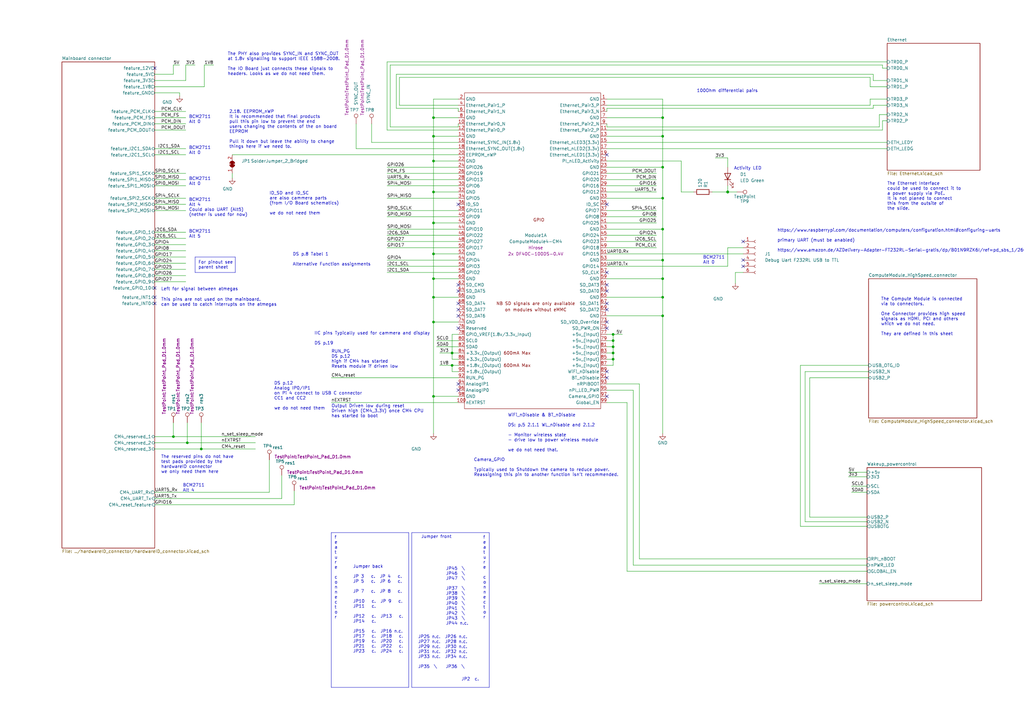
<source format=kicad_sch>
(kicad_sch (version 20230121) (generator eeschema)
  (paper "A3")
  (title_block (title "Mainboard") (date "2022-01-09") (rev "v1"))
  (lib_symbols
    (symbol "CM4IO:ComputeModule4-CM4"
      (property "Reference" "Module" (at 113.03 -68.58 0))
      (property "Value" "ComputeModule4-CM4" (at 140.97 2.54 0))
      (property "Field4" "Hirose" (at 0 0 0))
      (property "Field5" "2x DF40C-100DS-0.4V" (at 0 -2.54 0))
      (symbol "ComputeModule4-CM4_1_0"
        (text "GPIO" (at 0 6.35 0) (effects (font (size 1.27 1.27))))
      )
      (symbol "ComputeModule4-CM4_1_1"
        (rectangle (start -30.48 -71.12) (end 25.4 58.42))
        (text "600mA Max" (at -8.89 -53.34 0) (effects (font (size 1.27 1.27))))
        (text "600mA Max" (at -8.89 -48.26 0) (effects (font (size 1.27 1.27))))
        (text "NB SD signals are only available" (at -1.27 -27.94 0) (effects (font (size 1.27 1.27))))
        (text "on modules without eMMC" (at -1.27 -30.48 0) (effects (font (size 1.27 1.27))))
        (pin power_in line (at 27.94 55.88 180) (length 2.54) (name "GND") (number "1"))
        (pin passive line (at -33.02 45.72 0) (length 2.54) (name "Ethernet_Pair0_N") (number "10"))
        (pin output line (at -33.02 -68.58 0) (length 2.54) (name "nEXTRST") (number "100"))
        (pin passive line (at 27.94 43.18 180) (length 2.54) (name "Ethernet_Pair2_P") (number "11"))
        (pin passive line (at -33.02 43.18 0) (length 2.54) (name "Ethernet_Pair0_P") (number "12"))
        (pin power_in line (at 27.94 40.64 180) (length 2.54) (name "GND") (number "13"))
        (pin power_in line (at -33.02 40.64 0) (length 2.54) (name "GND") (number "14"))
        (pin output line (at 27.94 38.1 180) (length 2.54) (name "Ethernet_nLED3(3.3v)") (number "15"))
        (pin input line (at -33.02 38.1 0) (length 2.54) (name "Ethernet_SYNC_IN(1.8v)") (number "16"))
        (pin output line (at 27.94 35.56 180) (length 2.54) (name "Ethernet_nLED2(3.3v)") (number "17"))
        (pin input line (at -33.02 35.56 0) (length 2.54) (name "Ethernet_SYNC_OUT(1.8v)") (number "18"))
        (pin output line (at 27.94 33.02 180) (length 2.54) (name "Ethernet_nLED1(3.3v)") (number "19"))
        (pin power_in line (at -33.02 55.88 0) (length 2.54) (name "GND") (number "2"))
        (pin passive line (at -33.02 33.02 0) (length 2.54) (name "EEPROM_nWP") (number "20"))
        (pin open_collector line (at 27.94 30.48 180) (length 2.54) (name "PI_nLED_Activity") (number "21"))
        (pin power_in line (at -33.02 30.48 0) (length 2.54) (name "GND") (number "22"))
        (pin power_in line (at 27.94 27.94 180) (length 2.54) (name "GND") (number "23"))
        (pin passive line (at -33.02 27.94 0) (length 2.54) (name "GPIO26") (number "24"))
        (pin passive line (at 27.94 25.4 180) (length 2.54) (name "GPIO21") (number "25"))
        (pin passive line (at -33.02 25.4 0) (length 2.54) (name "GPIO19") (number "26"))
        (pin passive line (at 27.94 22.86 180) (length 2.54) (name "GPIO20") (number "27"))
        (pin passive line (at -33.02 22.86 0) (length 2.54) (name "GPIO13") (number "28"))
        (pin passive line (at 27.94 20.32 180) (length 2.54) (name "GPIO16") (number "29"))
        (pin passive line (at 27.94 53.34 180) (length 2.54) (name "Ethernet_Pair3_P") (number "3"))
        (pin passive line (at -33.02 20.32 0) (length 2.54) (name "GPIO6") (number "30"))
        (pin passive line (at 27.94 17.78 180) (length 2.54) (name "GPIO12") (number "31"))
        (pin power_in line (at -33.02 17.78 0) (length 2.54) (name "GND") (number "32"))
        (pin power_in line (at 27.94 15.24 180) (length 2.54) (name "GND") (number "33"))
        (pin passive line (at -33.02 15.24 0) (length 2.54) (name "GPIO5") (number "34"))
        (pin passive line (at 27.94 12.7 180) (length 2.54) (name "ID_SC") (number "35"))
        (pin passive line (at -33.02 12.7 0) (length 2.54) (name "ID_SD") (number "36"))
        (pin passive line (at 27.94 10.16 180) (length 2.54) (name "GPIO7") (number "37"))
        (pin passive line (at -33.02 10.16 0) (length 2.54) (name "GPIO11") (number "38"))
        (pin passive line (at 27.94 7.62 180) (length 2.54) (name "GPIO8") (number "39"))
        (pin passive line (at -33.02 53.34 0) (length 2.54) (name "Ethernet_Pair1_P") (number "4"))
        (pin passive line (at -33.02 7.62 0) (length 2.54) (name "GPIO9") (number "40"))
        (pin passive line (at 27.94 5.08 180) (length 2.54) (name "GPIO25") (number "41"))
        (pin power_in line (at -33.02 5.08 0) (length 2.54) (name "GND") (number "42"))
        (pin power_in line (at 27.94 2.54 180) (length 2.54) (name "GND") (number "43"))
        (pin passive line (at -33.02 2.54 0) (length 2.54) (name "GPIO10") (number "44"))
        (pin passive line (at 27.94 0 180) (length 2.54) (name "GPIO24") (number "45"))
        (pin passive line (at -33.02 0 0) (length 2.54) (name "GPIO22") (number "46"))
        (pin passive line (at 27.94 -2.54 180) (length 2.54) (name "GPIO23") (number "47"))
        (pin passive line (at -33.02 -2.54 0) (length 2.54) (name "GPIO27") (number "48"))
        (pin passive line (at 27.94 -5.08 180) (length 2.54) (name "GPIO18") (number "49"))
        (pin passive line (at 27.94 50.8 180) (length 2.54) (name "Ethernet_Pair3_N") (number "5"))
        (pin passive line (at -33.02 -5.08 0) (length 2.54) (name "GPIO17") (number "50"))
        (pin passive line (at 27.94 -7.62 180) (length 2.54) (name "GPIO15") (number "51"))
        (pin power_in line (at -33.02 -7.62 0) (length 2.54) (name "GND") (number "52"))
        (pin power_in line (at 27.94 -10.16 180) (length 2.54) (name "GND") (number "53"))
        (pin passive line (at -33.02 -10.16 0) (length 2.54) (name "GPIO4") (number "54"))
        (pin passive line (at 27.94 -12.7 180) (length 2.54) (name "GPIO14") (number "55"))
        (pin passive line (at -33.02 -12.7 0) (length 2.54) (name "GPIO3") (number "56"))
        (pin passive line (at 27.94 -15.24 180) (length 2.54) (name "SD_CLK") (number "57"))
        (pin passive line (at -33.02 -15.24 0) (length 2.54) (name "GPIO2") (number "58"))
        (pin power_in line (at 27.94 -17.78 180) (length 2.54) (name "GND") (number "59"))
        (pin passive line (at -33.02 50.8 0) (length 2.54) (name "Ethernet_Pair1_N") (number "6"))
        (pin power_in line (at -33.02 -17.78 0) (length 2.54) (name "GND") (number "60"))
        (pin passive line (at 27.94 -20.32 180) (length 2.54) (name "SD_DAT3") (number "61"))
        (pin passive line (at -33.02 -20.32 0) (length 2.54) (name "SD_CMD") (number "62"))
        (pin passive line (at 27.94 -22.86 180) (length 2.54) (name "SD_DAT0") (number "63"))
        (pin passive line (at -33.02 -22.86 0) (length 2.54) (name "SD_DAT5") (number "64"))
        (pin power_in line (at 27.94 -25.4 180) (length 2.54) (name "GND") (number "65"))
        (pin power_in line (at -33.02 -25.4 0) (length 2.54) (name "GND") (number "66"))
        (pin passive line (at 27.94 -27.94 180) (length 2.54) (name "SD_DAT1") (number "67"))
        (pin passive line (at -33.02 -27.94 0) (length 2.54) (name "SD_DAT4") (number "68"))
        (pin passive line (at 27.94 -30.48 180) (length 2.54) (name "SD_DAT2") (number "69"))
        (pin power_in line (at 27.94 48.26 180) (length 2.54) (name "GND") (number "7"))
        (pin passive line (at -33.02 -30.48 0) (length 2.54) (name "SD_DAT7") (number "70"))
        (pin power_in line (at 27.94 -33.02 180) (length 2.54) (name "GND") (number "71"))
        (pin passive line (at -33.02 -33.02 0) (length 2.54) (name "SD_DAT6") (number "72"))
        (pin input line (at 27.94 -35.56 180) (length 2.54) (name "SD_VDD_Override") (number "73"))
        (pin power_in line (at -33.02 -35.56 0) (length 2.54) (name "GND") (number "74"))
        (pin output line (at 27.94 -38.1 180) (length 2.54) (name "SD_PWR_ON") (number "75"))
        (pin passive line (at -33.02 -38.1 0) (length 2.54) (name "Reserved") (number "76"))
        (pin power_in line (at 27.94 -40.64 180) (length 2.54) (name "+5v_(Input)") (number "77"))
        (pin power_in line (at -33.02 -40.64 0) (length 2.54) (name "GPIO_VREF(1.8v/3.3v_Input)") (number "78"))
        (pin power_in line (at 27.94 -43.18 180) (length 2.54) (name "+5v_(Input)") (number "79"))
        (pin power_in line (at -33.02 48.26 0) (length 2.54) (name "GND") (number "8"))
        (pin passive line (at -33.02 -43.18 0) (length 2.54) (name "SCL0") (number "80"))
        (pin power_in line (at 27.94 -45.72 180) (length 2.54) (name "+5v_(Input)") (number "81"))
        (pin passive line (at -33.02 -45.72 0) (length 2.54) (name "SDA0") (number "82"))
        (pin power_in line (at 27.94 -48.26 180) (length 2.54) (name "+5v_(Input)") (number "83"))
        (pin power_out line (at -33.02 -48.26 0) (length 2.54) (name "+3.3v_(Output)") (number "84"))
        (pin power_in line (at 27.94 -50.8 180) (length 2.54) (name "+5v_(Input)") (number "85"))
        (pin power_out line (at -33.02 -50.8 0) (length 2.54) (name "+3.3v_(Output)") (number "86"))
        (pin power_in line (at 27.94 -53.34 180) (length 2.54) (name "+5v_(Input)") (number "87"))
        (pin power_out line (at -33.02 -53.34 0) (length 2.54) (name "+1.8v_(Output)") (number "88"))
        (pin power_in line (at 27.94 -55.88 180) (length 2.54) (name "WiFi_nDisable") (number "89"))
        (pin passive line (at 27.94 45.72 180) (length 2.54) (name "Ethernet_Pair2_N") (number "9"))
        (pin power_out line (at -33.02 -55.88 0) (length 2.54) (name "+1.8v_(Output)") (number "90"))
        (pin power_in line (at 27.94 -58.42 180) (length 2.54) (name "BT_nDisable") (number "91"))
        (pin passive line (at -33.02 -58.42 0) (length 2.54) (name "RUN_PG") (number "92"))
        (pin input line (at 27.94 -60.96 180) (length 2.54) (name "nRPIBOOT") (number "93"))
        (pin passive line (at -33.02 -60.96 0) (length 2.54) (name "AnalogIP1") (number "94"))
        (pin output line (at 27.94 -63.5 180) (length 2.54) (name "nPI_LED_PWR") (number "95"))
        (pin passive line (at -33.02 -63.5 0) (length 2.54) (name "AnalogIP0") (number "96"))
        (pin passive line (at 27.94 -66.04 180) (length 2.54) (name "Camera_GPIO") (number "97"))
        (pin power_in line (at -33.02 -66.04 0) (length 2.54) (name "GND") (number "98"))
        (pin input line (at 27.94 -68.58 180) (length 2.54) (name "Global_EN") (number "99"))
      )
      (symbol "ComputeModule4-CM4_2_1"
        (rectangle (start 114.3 -66.04) (end 165.1 63.5))
        (text "High Speed Serial" (at 140.97 0 0) (effects (font (size 1.27 1.27))))
        (pin input line (at 170.18 60.96 180) (length 5.08) (name "USB_OTG_ID") (number "101"))
        (pin input line (at 109.22 60.96 0) (length 5.08) (name "PCIe_CLK_nREQ") (number "102"))
        (pin passive line (at 170.18 58.42 180) (length 5.08) (name "USB2_N") (number "103"))
        (pin passive line (at 109.22 58.42 0) (length 5.08) (name "Reserved") (number "104"))
        (pin passive line (at 170.18 55.88 180) (length 5.08) (name "USB2_P") (number "105"))
        (pin passive line (at 109.22 55.88 0) (length 5.08) (name "Reserved") (number "106"))
        (pin power_in line (at 170.18 53.34 180) (length 5.08) (name "GND") (number "107"))
        (pin power_in line (at 109.22 53.34 0) (length 5.08) (name "GND") (number "108"))
        (pin bidirectional line (at 170.18 50.8 180) (length 5.08) (name "PCIe_nRST") (number "109"))
        (pin output line (at 109.22 50.8 0) (length 5.08) (name "PCIe_CLK_P") (number "110"))
        (pin passive line (at 170.18 48.26 180) (length 5.08) (name "VDAC_COMP") (number "111"))
        (pin output line (at 109.22 48.26 0) (length 5.08) (name "PCIe_CLK_N") (number "112"))
        (pin power_in line (at 170.18 45.72 180) (length 5.08) (name "GND") (number "113"))
        (pin power_in line (at 109.22 45.72 0) (length 5.08) (name "GND") (number "114"))
        (pin input line (at 170.18 43.18 180) (length 5.08) (name "CAM1_D0_N") (number "115"))
        (pin input line (at 109.22 43.18 0) (length 5.08) (name "PCIe_RX_P") (number "116"))
        (pin input line (at 170.18 40.64 180) (length 5.08) (name "CAM1_D0_P") (number "117"))
        (pin input line (at 109.22 40.64 0) (length 5.08) (name "PCIe_RX_N") (number "118"))
        (pin power_in line (at 170.18 38.1 180) (length 5.08) (name "GND") (number "119"))
        (pin power_in line (at 109.22 38.1 0) (length 5.08) (name "GND") (number "120"))
        (pin input line (at 170.18 35.56 180) (length 5.08) (name "CAM1_D1_N") (number "121"))
        (pin output line (at 109.22 35.56 0) (length 5.08) (name "PCIe_TX_P") (number "122"))
        (pin input line (at 170.18 33.02 180) (length 5.08) (name "CAM1_D1_P") (number "123"))
        (pin output line (at 109.22 33.02 0) (length 5.08) (name "PCIe_TX_N") (number "124"))
        (pin power_in line (at 170.18 30.48 180) (length 5.08) (name "GND") (number "125"))
        (pin power_in line (at 109.22 30.48 0) (length 5.08) (name "GND") (number "126"))
        (pin input line (at 170.18 27.94 180) (length 5.08) (name "CAM1_C_N") (number "127"))
        (pin input line (at 109.22 27.94 0) (length 5.08) (name "CAM0_D0_N") (number "128"))
        (pin input line (at 170.18 25.4 180) (length 5.08) (name "CAM1_C_P") (number "129"))
        (pin input line (at 109.22 25.4 0) (length 5.08) (name "CAM0_D0_P") (number "130"))
        (pin power_in line (at 170.18 22.86 180) (length 5.08) (name "GND") (number "131"))
        (pin power_in line (at 109.22 22.86 0) (length 5.08) (name "GND") (number "132"))
        (pin input line (at 170.18 20.32 180) (length 5.08) (name "CAM1_D2_N") (number "133"))
        (pin input line (at 109.22 20.32 0) (length 5.08) (name "CAM0_D1_N") (number "134"))
        (pin input line (at 170.18 17.78 180) (length 5.08) (name "CAM1_D2_P") (number "135"))
        (pin input line (at 109.22 17.78 0) (length 5.08) (name "CAM0_D1_P") (number "136"))
        (pin power_in line (at 170.18 15.24 180) (length 5.08) (name "GND") (number "137"))
        (pin power_in line (at 109.22 15.24 0) (length 5.08) (name "GND") (number "138"))
        (pin input line (at 170.18 12.7 180) (length 5.08) (name "CAM1_D3_N") (number "139"))
        (pin input line (at 109.22 12.7 0) (length 5.08) (name "CAM0_C_N") (number "140"))
        (pin input line (at 170.18 10.16 180) (length 5.08) (name "CAM1_D3_P") (number "141"))
        (pin input line (at 109.22 10.16 0) (length 5.08) (name "CAM0_C_P") (number "142"))
        (pin input line (at 170.18 7.62 180) (length 5.08) (name "HDMI1_HOTPLUG") (number "143"))
        (pin power_in line (at 109.22 7.62 0) (length 5.08) (name "GND") (number "144"))
        (pin bidirectional line (at 170.18 5.08 180) (length 5.08) (name "HDMI1_SDA") (number "145"))
        (pin output line (at 109.22 5.08 0) (length 5.08) (name "HDMI1_TX2_P") (number "146"))
        (pin open_collector line (at 170.18 2.54 180) (length 5.08) (name "HDMI1_SCL") (number "147"))
        (pin output line (at 109.22 2.54 0) (length 5.08) (name "HDMI1_TX2_N") (number "148"))
        (pin open_collector line (at 170.18 0 180) (length 5.08) (name "HDMI1_CEC") (number "149"))
        (pin power_in line (at 109.22 0 0) (length 5.08) (name "GND") (number "150"))
        (pin open_collector line (at 170.18 -2.54 180) (length 5.08) (name "HDMI0_CEC") (number "151"))
        (pin output line (at 109.22 -2.54 0) (length 5.08) (name "HDMI1_TX1_P") (number "152"))
        (pin input line (at 170.18 -5.08 180) (length 5.08) (name "HDMI0_HOTPLUG") (number "153"))
        (pin output line (at 109.22 -5.08 0) (length 5.08) (name "HDMI1_TX1_N") (number "154"))
        (pin power_in line (at 170.18 -7.62 180) (length 5.08) (name "GND") (number "155"))
        (pin power_in line (at 109.22 -7.62 0) (length 5.08) (name "GND") (number "156"))
        (pin output line (at 170.18 -10.16 180) (length 5.08) (name "DSI0_D0_N") (number "157"))
        (pin output line (at 109.22 -10.16 0) (length 5.08) (name "HDMI1_TX0_P") (number "158"))
        (pin output line (at 170.18 -12.7 180) (length 5.08) (name "DSI0_D0_P") (number "159"))
        (pin output line (at 109.22 -12.7 0) (length 5.08) (name "HDMI1_TX0_N") (number "160"))
        (pin power_in line (at 170.18 -15.24 180) (length 5.08) (name "GND") (number "161"))
        (pin power_in line (at 109.22 -15.24 0) (length 5.08) (name "GND") (number "162"))
        (pin output line (at 170.18 -17.78 180) (length 5.08) (name "DSI0_D1_N") (number "163"))
        (pin output line (at 109.22 -17.78 0) (length 5.08) (name "HDMI1_CLK_P") (number "164"))
        (pin output line (at 170.18 -20.32 180) (length 5.08) (name "DSI0_D1_P") (number "165"))
        (pin output line (at 109.22 -20.32 0) (length 5.08) (name "HDMI1_CLK_N") (number "166"))
        (pin power_in line (at 170.18 -22.86 180) (length 5.08) (name "GND") (number "167"))
        (pin power_in line (at 109.22 -22.86 0) (length 5.08) (name "GND") (number "168"))
        (pin output line (at 170.18 -25.4 180) (length 5.08) (name "DSI0_C_N") (number "169"))
        (pin output line (at 109.22 -25.4 0) (length 5.08) (name "HDMI0_TX2_P") (number "170"))
        (pin output line (at 170.18 -27.94 180) (length 5.08) (name "DSI0_C_P") (number "171"))
        (pin output line (at 109.22 -27.94 0) (length 5.08) (name "HDMI0_TX2_N") (number "172"))
        (pin power_in line (at 170.18 -30.48 180) (length 5.08) (name "GND") (number "173"))
        (pin power_in line (at 109.22 -30.48 0) (length 5.08) (name "GND") (number "174"))
        (pin output line (at 170.18 -33.02 180) (length 5.08) (name "DSI1_D0_N") (number "175"))
        (pin output line (at 109.22 -33.02 0) (length 5.08) (name "HDMI0_TX1_P") (number "176"))
        (pin output line (at 170.18 -35.56 180) (length 5.08) (name "DSI1_D0_P") (number "177"))
        (pin output line (at 109.22 -35.56 0) (length 5.08) (name "HDMI0_TX1_N") (number "178"))
        (pin power_in line (at 170.18 -38.1 180) (length 5.08) (name "GND") (number "179"))
        (pin power_in line (at 109.22 -38.1 0) (length 5.08) (name "GND") (number "180"))
        (pin output line (at 170.18 -40.64 180) (length 5.08) (name "DSI1_D1_N") (number "181"))
        (pin output line (at 109.22 -40.64 0) (length 5.08) (name "HDMI0_TX0_P") (number "182"))
        (pin output line (at 170.18 -43.18 180) (length 5.08) (name "DSI1_D1_P") (number "183"))
        (pin output line (at 109.22 -43.18 0) (length 5.08) (name "HDMI0_TX0_N") (number "184"))
        (pin power_in line (at 170.18 -45.72 180) (length 5.08) (name "GND") (number "185"))
        (pin power_in line (at 109.22 -45.72 0) (length 5.08) (name "GND") (number "186"))
        (pin output line (at 170.18 -48.26 180) (length 5.08) (name "DSI1_C_N") (number "187"))
        (pin output line (at 109.22 -48.26 0) (length 5.08) (name "HDMI0_CLK_P") (number "188"))
        (pin output line (at 170.18 -50.8 180) (length 5.08) (name "DSI1_C_P") (number "189"))
        (pin output line (at 109.22 -50.8 0) (length 5.08) (name "HDMI0_CLK_N") (number "190"))
        (pin power_in line (at 170.18 -53.34 180) (length 5.08) (name "GND") (number "191"))
        (pin power_in line (at 109.22 -53.34 0) (length 5.08) (name "GND") (number "192"))
        (pin output line (at 170.18 -55.88 180) (length 5.08) (name "DSI1_D2_N") (number "193"))
        (pin output line (at 109.22 -55.88 0) (length 5.08) (name "DSI1_D3_N") (number "194"))
        (pin output line (at 170.18 -58.42 180) (length 5.08) (name "DSI1_D2_P") (number "195"))
        (pin output line (at 109.22 -58.42 0) (length 5.08) (name "DSI1_D3_P") (number "196"))
        (pin power_in line (at 170.18 -60.96 180) (length 5.08) (name "GND") (number "197"))
        (pin power_in line (at 109.22 -60.96 0) (length 5.08) (name "GND") (number "198"))
        (pin bidirectional line (at 170.18 -63.5 180) (length 5.08) (name "HDMI0_SDA") (number "199"))
        (pin open_collector line (at 109.22 -63.5 0) (length 5.08) (name "HDMI0_SCL") (number "200"))
      )
    )
    (symbol "Connector:Conn_01x06_Female" (pin_names (offset 1.016) hide)
      (property "Reference" "J" (at 0 7.62 0))
      (property "Value" "Conn_01x06_Female" (at 0 -10.16 0))
      (symbol "Conn_01x06_Female_1_1"
        (arc (start 0 -7.112) (mid -0.5058 -7.62) (end 0 -8.128) (stroke (width 0.1524)))
        (arc (start 0 -4.572) (mid -0.5058 -5.08) (end 0 -5.588) (stroke (width 0.1524)))
        (arc (start 0 -2.032) (mid -0.5058 -2.54) (end 0 -3.048) (stroke (width 0.1524)))
        (polyline (pts (xy -1.27 -7.62) (xy -0.508 -7.62)) (stroke (width 0.1524)))
        (polyline (pts (xy -1.27 -5.08) (xy -0.508 -5.08)) (stroke (width 0.1524)))
        (polyline (pts (xy -1.27 -2.54) (xy -0.508 -2.54)) (stroke (width 0.1524)))
        (polyline (pts (xy -1.27 0) (xy -0.508 0)) (stroke (width 0.1524)))
        (polyline (pts (xy -1.27 2.54) (xy -0.508 2.54)) (stroke (width 0.1524)))
        (polyline (pts (xy -1.27 5.08) (xy -0.508 5.08)) (stroke (width 0.1524)))
        (arc (start 0 0.508) (mid -0.5058 0) (end 0 -0.508) (stroke (width 0.1524)))
        (arc (start 0 3.048) (mid -0.5058 2.54) (end 0 2.032) (stroke (width 0.1524)))
        (arc (start 0 5.588) (mid -0.5058 5.08) (end 0 4.572) (stroke (width 0.1524)))
        (pin passive line (at -5.08 5.08 0) (length 3.81) (name "Pin_1") (number "1"))
        (pin passive line (at -5.08 2.54 0) (length 3.81) (name "Pin_2") (number "2"))
        (pin passive line (at -5.08 0 0) (length 3.81) (name "Pin_3") (number "3"))
        (pin passive line (at -5.08 -2.54 0) (length 3.81) (name "Pin_4") (number "4"))
        (pin passive line (at -5.08 -5.08 0) (length 3.81) (name "Pin_5") (number "5"))
        (pin passive line (at -5.08 -7.62 0) (length 3.81) (name "Pin_6") (number "6"))
      )
    )
    (symbol "Connector:TestPoint" (pin_numbers hide) (pin_names (offset 0.762) hide)
      (property "Reference" "TP" (at 0 6.858 0))
      (property "Value" "TestPoint" (at 0 5.08 0))
      (symbol "TestPoint_0_1"
        (circle (center 0 3.302) (radius 0.762))
      )
      (symbol "TestPoint_1_1"
        (pin passive line (at 0 0 90) (length 2.54) (name "1") (number "1"))
      )
    )
    (symbol "Device:LED" (pin_numbers hide) (pin_names (offset 1.016) hide)
      (property "Reference" "D" (at 0 2.54 0))
      (property "Value" "LED" (at 0 -2.54 0))
      (symbol "LED_0_1"
        (polyline (pts (xy -1.27 -1.27) (xy -1.27 1.27)) (stroke (width 0.254)))
        (polyline (pts (xy -1.27 0) (xy 1.27 0)))
        (polyline (pts (xy 1.27 -1.27) (xy 1.27 1.27) (xy -1.27 0) (xy 1.27 -1.27)) (stroke (width 0.254)))
        (polyline (pts (xy -3.048 -0.762) (xy -4.572 -2.286) (xy -3.81 -2.286) (xy -4.572 -2.286) (xy -4.572 -1.524)))
        (polyline (pts (xy -1.778 -0.762) (xy -3.302 -2.286) (xy -2.54 -2.286) (xy -3.302 -2.286) (xy -3.302 -1.524)))
      )
      (symbol "LED_1_1"
        (pin passive line (at -3.81 0 0) (length 2.54) (name "K") (number "1"))
        (pin passive line (at 3.81 0 180) (length 2.54) (name "A") (number "2"))
      )
    )
    (symbol "Device:R" (pin_numbers hide) (pin_names (offset 0))
      (property "Reference" "R" (at 2.032 0 90))
      (property "Value" "R" (at 0 0 90))
      (symbol "R_0_1"
        (rectangle (start -1.016 -2.54) (end 1.016 2.54) (stroke (width 0.254)))
      )
      (symbol "R_1_1"
        (pin passive line (at 0 3.81 270) (length 1.27) (name "~") (number "1"))
        (pin passive line (at 0 -3.81 90) (length 1.27) (name "~") (number "2"))
      )
    )
    (symbol "Jumper:SolderJumper_2_Bridged" (pin_names (offset 0) hide)
      (property "Reference" "JP" (at 0 2.032 0))
      (property "Value" "SolderJumper_2_Bridged" (at 0 -2.54 0))
      (symbol "SolderJumper_2_Bridged_0_1"
        (rectangle (start -0.508 0.508) (end 0.508 -0.508) (fill (type outline)))
        (arc (start -0.254 1.016) (mid -1.2656 0) (end -0.254 -1.016))
        (arc (start -0.254 1.016) (mid -1.2656 0) (end -0.254 -1.016) (fill (type outline)))
        (polyline (pts (xy -0.254 1.016) (xy -0.254 -1.016)))
        (polyline (pts (xy 0.254 1.016) (xy 0.254 -1.016)))
        (arc (start 0.254 -1.016) (mid 1.2656 0) (end 0.254 1.016))
        (arc (start 0.254 -1.016) (mid 1.2656 0) (end 0.254 1.016) (fill (type outline)))
      )
      (symbol "SolderJumper_2_Bridged_1_1"
        (pin passive line (at -3.81 0 0) (length 2.54) (name "A") (number "1"))
        (pin passive line (at 3.81 0 180) (length 2.54) (name "B") (number "2"))
      )
    )
    (symbol "power:GND" (power) (pin_names (offset 0))
      (property "Value" "GND" (at 0 -3.81 0))
      (symbol "GND_0_1"
        (polyline (pts (xy 0 0) (xy 0 -1.27) (xy 1.27 -1.27) (xy 0 -2.54) (xy -1.27 -1.27) (xy 0 -1.27)))
      )
      (symbol "GND_1_1"
        (pin power_in line (at 0 0 270) (length 0) hide (name "GND") (number "1"))
      )
    )
  )
  (junction (at 177.8 48.26))
  (junction (at 251.46 137.16))
  (junction (at 177.8 114.3))
  (junction (at 251.46 139.7))
  (junction (at 271.78 114.3))
  (junction (at 177.8 78.74))
  (junction (at 177.8 66.04))
  (junction (at 177.8 121.92))
  (junction (at 177.8 162.56))
  (junction (at 177.8 55.88))
  (junction (at 177.8 132.08))
  (junction (at 177.8 104.14))
  (junction (at 251.46 142.24))
  (junction (at 251.46 147.32))
  (junction (at 185.42 149.86))
  (junction (at 251.46 144.78))
  (junction (at 271.78 55.88))
  (junction (at 177.8 91.44))
  (junction (at 298.45 78.74) (diameter 1.016))
  (junction (at 71.12 179.07))
  (junction (at 271.78 129.54))
  (junction (at 271.78 93.98))
  (junction (at 271.78 81.28))
  (junction (at 271.78 106.68))
  (junction (at 271.78 48.26))
  (junction (at 271.78 68.58))
  (junction (at 185.42 144.78))
  (junction (at 271.78 121.92))
  (junction (at 82.55 184.15))
  (junction (at 76.835 181.61))
  (no_connect (at 63.5 118.11))
  (no_connect (at 187.96 157.48))
  (no_connect (at 187.96 160.02))
  (no_connect (at 248.92 154.94))
  (no_connect (at 248.92 152.4))
  (no_connect (at 187.96 83.82))
  (no_connect (at 248.92 83.82))
  (no_connect (at 63.5 124.46))
  (no_connect (at 63.5 121.92))
  (no_connect (at 304.8 109.22))
  (no_connect (at 304.8 99.06))
  (no_connect (at 304.8 106.68))
  (no_connect (at 187.96 134.62))
  (no_connect (at 248.92 162.56))
  (no_connect (at 63.5 27.94))
  (no_connect (at 248.92 134.62))
  (no_connect (at 248.92 63.5))
  (no_connect (at 187.96 116.84))
  (no_connect (at 187.96 119.38))
  (no_connect (at 187.96 124.46))
  (no_connect (at 187.96 129.54))
  (no_connect (at 187.96 127))
  (no_connect (at 248.92 124.46))
  (no_connect (at 248.92 127))
  (no_connect (at 248.92 132.08))
  (no_connect (at 248.92 116.84))
  (no_connect (at 248.92 119.38))
  (no_connect (at 248.92 111.76))
  (wire (pts (xy 63.5 86.36) (xy 76.2 86.36)))
  (polyline (pts (xy 167.64 281.94) (xy 167.64 218.44)))
  (wire (pts (xy 120.65 207.01) (xy 120.65 201.295)))
  (wire (pts (xy 257.175 234.315) (xy 355.6 234.315)))
  (wire (pts (xy 63.5 105.41) (xy 76.2 105.41)))
  (wire (pts (xy 63.5 33.02) (xy 76.2 33.02)))
  (wire (pts (xy 76.2 33.02) (xy 76.2 26.67)))
  (wire (pts (xy 248.92 78.74) (xy 269.24 78.74)))
  (wire (pts (xy 63.5 53.34) (xy 76.2 53.34)))
  (wire (pts (xy 76.835 181.61) (xy 104.775 181.61)))
  (wire (pts (xy 63.5 95.25) (xy 76.2 95.25)))
  (wire (pts (xy 63.5 50.8) (xy 76.2 50.8)))
  (wire (pts (xy 63.5 71.12) (xy 76.2 71.12)))
  (wire (pts (xy 179.07 142.24) (xy 187.96 142.24)))
  (polyline (pts (xy 80.01 105.41) (xy 80.01 111.76)))
  (wire (pts (xy 248.92 48.26) (xy 271.78 48.26)))
  (polyline (pts (xy 135.89 218.44) (xy 167.64 218.44)))
  (wire (pts (xy 248.92 129.54) (xy 271.78 129.54)))
  (wire (pts (xy 185.42 152.4) (xy 185.42 149.86)))
  (wire (pts (xy 251.46 142.24) (xy 248.92 142.24)))
  (wire (pts (xy 187.96 44.45) (xy 187.96 45.72)))
  (wire (pts (xy 248.92 73.66) (xy 269.24 73.66)))
  (wire (pts (xy 158.75 71.12) (xy 187.96 71.12)))
  (wire (pts (xy 248.92 114.3) (xy 271.78 114.3)))
  (wire (pts (xy 63.5 201.93) (xy 110.49 201.93)))
  (wire (pts (xy 251.46 137.16) (xy 248.92 137.16)))
  (wire (pts (xy 63.5 83.82) (xy 76.2 83.82)))
  (wire (pts (xy 248.92 81.28) (xy 271.78 81.28)))
  (polyline (pts (xy 168.91 218.44) (xy 200.66 218.44)))
  (wire (pts (xy 248.92 121.92) (xy 271.78 121.92)))
  (wire (pts (xy 248.92 68.58) (xy 271.78 68.58)))
  (polyline (pts (xy 168.91 281.94) (xy 200.66 281.94)))
  (wire (pts (xy 248.92 104.14) (xy 304.8 104.14)))
  (wire (pts (xy 158.75 88.9) (xy 187.96 88.9)))
  (wire (pts (xy 95.25 63.5) (xy 187.96 63.5)))
  (wire (pts (xy 248.92 106.68) (xy 271.78 106.68)))
  (wire (pts (xy 177.8 114.3) (xy 187.96 114.3)))
  (wire (pts (xy 158.75 106.68) (xy 187.96 106.68)))
  (wire (pts (xy 298.45 78.74) (xy 298.45 76.2)))
  (wire (pts (xy 328.295 215.9) (xy 355.6 215.9)))
  (wire (pts (xy 328.295 149.86) (xy 328.295 215.9)))
  (wire (pts (xy 248.92 55.88) (xy 271.78 55.88)))
  (wire (pts (xy 158.75 96.52) (xy 187.96 96.52)))
  (wire (pts (xy 71.12 179.07) (xy 104.775 179.07)))
  (wire (pts (xy 248.92 40.64) (xy 271.78 40.64)))
  (wire (pts (xy 248.92 43.18) (xy 356.87 43.18)))
  (wire (pts (xy 356.87 43.18) (xy 356.87 40.64)))
  (wire (pts (xy 356.87 40.64) (xy 363.855 40.64)))
  (wire (pts (xy 63.5 38.1) (xy 73.66 38.1)))
  (wire (pts (xy 73.66 38.1) (xy 73.66 39.37)))
  (wire (pts (xy 248.92 60.96) (xy 363.855 60.96)))
  (wire (pts (xy 248.92 157.48) (xy 262.255 157.48)))
  (wire (pts (xy 262.255 229.235) (xy 355.6 229.235)))
  (wire (pts (xy 262.255 157.48) (xy 262.255 229.235)))
  (wire (pts (xy 63.5 110.49) (xy 76.2 110.49)))
  (wire (pts (xy 110.49 188.595) (xy 110.49 201.93)))
  (wire (pts (xy 115.57 194.945) (xy 115.57 204.47)))
  (wire (pts (xy 187.96 53.34) (xy 158.75 53.34)))
  (wire (pts (xy 158.75 53.34) (xy 158.75 25.4)))
  (wire (pts (xy 135.89 154.94) (xy 187.96 154.94)))
  (wire (pts (xy 347.98 195.58) (xy 355.6 195.58)))
  (wire (pts (xy 349.25 199.39) (xy 355.6 199.39)))
  (wire (pts (xy 177.8 48.26) (xy 187.96 48.26)))
  (wire (pts (xy 82.55 184.15) (xy 104.775 184.15)))
  (wire (pts (xy 177.8 66.04) (xy 187.96 66.04)))
  (wire (pts (xy 158.75 73.66) (xy 187.96 73.66)))
  (wire (pts (xy 177.8 162.56) (xy 187.96 162.56)))
  (wire (pts (xy 347.98 193.675) (xy 355.6 193.675)))
  (wire (pts (xy 257.175 165.1) (xy 248.92 165.1)))
  (wire (pts (xy 257.175 165.1) (xy 257.175 234.315)))
  (wire (pts (xy 63.5 60.96) (xy 76.2 60.96)))
  (wire (pts (xy 177.8 132.08) (xy 187.96 132.08)))
  (wire (pts (xy 135.89 165.1) (xy 187.96 165.1)))
  (wire (pts (xy 177.8 55.88) (xy 187.96 55.88)))
  (polyline (pts (xy 96.52 111.76) (xy 96.52 105.41)))
  (wire (pts (xy 185.42 144.78) (xy 185.42 147.32)))
  (wire (pts (xy 187.96 144.78) (xy 185.42 144.78)))
  (wire (pts (xy 63.5 73.66) (xy 76.2 73.66)))
  (wire (pts (xy 248.92 101.6) (xy 269.24 101.6)))
  (wire (pts (xy 298.45 68.58) (xy 298.45 64.77)))
  (wire (pts (xy 160.02 26.67) (xy 160.02 52.07)))
  (wire (pts (xy 160.02 52.07) (xy 187.96 52.07)))
  (wire (pts (xy 160.02 26.67) (xy 361.95 26.67)))
  (wire (pts (xy 152.4 58.42) (xy 187.96 58.42)))
  (wire (pts (xy 152.4 50.8) (xy 152.4 58.42)))
  (wire (pts (xy 358.14 30.48) (xy 358.14 33.02)))
  (wire (pts (xy 358.14 33.02) (xy 363.855 33.02)))
  (wire (pts (xy 63.5 100.33) (xy 76.2 100.33)))
  (wire (pts (xy 163.83 31.75) (xy 356.87 31.75)))
  (wire (pts (xy 363.855 35.56) (xy 356.87 35.56)))
  (wire (pts (xy 356.87 35.56) (xy 356.87 31.75)))
  (wire (pts (xy 63.5 102.87) (xy 76.2 102.87)))
  (wire (pts (xy 248.92 50.8) (xy 248.92 52.07)))
  (wire (pts (xy 302.26 78.74) (xy 298.45 78.74)))
  (wire (pts (xy 158.75 109.22) (xy 187.96 109.22)))
  (polyline (pts (xy 80.01 105.41) (xy 96.52 105.41)))
  (wire (pts (xy 63.5 35.56) (xy 83.82 35.56)))
  (wire (pts (xy 187.96 60.96) (xy 146.05 60.96)))
  (wire (pts (xy 146.05 60.96) (xy 146.05 50.8)))
  (wire (pts (xy 63.5 181.61) (xy 76.835 181.61)))
  (wire (pts (xy 179.07 139.7) (xy 187.96 139.7)))
  (wire (pts (xy 83.82 26.67) (xy 87.63 26.67)))
  (wire (pts (xy 63.5 113.03) (xy 76.2 113.03)))
  (wire (pts (xy 248.92 93.98) (xy 271.78 93.98)))
  (wire (pts (xy 248.92 58.42) (xy 363.855 58.42)))
  (wire (pts (xy 349.25 201.93) (xy 355.6 201.93)))
  (wire (pts (xy 248.92 88.9) (xy 269.24 88.9)))
  (wire (pts (xy 63.5 30.48) (xy 71.12 30.48)))
  (wire (pts (xy 71.12 26.67) (xy 73.66 26.67)))
  (wire (pts (xy 71.12 30.48) (xy 71.12 26.67)))
  (wire (pts (xy 158.75 86.36) (xy 187.96 86.36)))
  (wire (pts (xy 63.5 97.79) (xy 76.2 97.79)))
  (wire (pts (xy 63.5 207.01) (xy 120.65 207.01)))
  (wire (pts (xy 63.5 48.26) (xy 76.2 48.26)))
  (wire (pts (xy 248.92 99.06) (xy 269.24 99.06)))
  (wire (pts (xy 248.92 109.22) (xy 298.45 109.22)))
  (wire (pts (xy 298.45 109.22) (xy 298.45 101.6)))
  (wire (pts (xy 63.5 184.15) (xy 82.55 184.15)))
  (wire (pts (xy 82.55 184.15) (xy 82.55 173.355)))
  (wire (pts (xy 251.46 149.86) (xy 248.92 149.86)))
  (wire (pts (xy 187.96 52.07) (xy 187.96 50.8)))
  (wire (pts (xy 251.46 144.78) (xy 248.92 144.78)))
  (wire (pts (xy 298.45 101.6) (xy 304.8 101.6)))
  (wire (pts (xy 158.75 101.6) (xy 187.96 101.6)))
  (wire (pts (xy 177.8 78.74) (xy 187.96 78.74)))
  (wire (pts (xy 187.96 152.4) (xy 185.42 152.4)))
  (wire (pts (xy 158.75 93.98) (xy 187.96 93.98)))
  (wire (pts (xy 251.46 147.32) (xy 248.92 147.32)))
  (wire (pts (xy 248.92 44.45) (xy 358.14 44.45)))
  (wire (pts (xy 363.855 43.18) (xy 358.14 43.18)))
  (wire (pts (xy 358.14 43.18) (xy 358.14 44.45)))
  (wire (pts (xy 177.8 114.3) (xy 177.8 121.92)))
  (wire (pts (xy 177.8 104.14) (xy 177.8 114.3)))
  (wire (pts (xy 177.8 121.92) (xy 177.8 132.08)))
  (wire (pts (xy 177.8 132.08) (xy 177.8 162.56)))
  (wire (pts (xy 177.8 162.56) (xy 177.8 177.8)))
  (wire (pts (xy 177.8 66.04) (xy 177.8 78.74)))
  (wire (pts (xy 177.8 91.44) (xy 177.8 104.14)))
  (wire (pts (xy 177.8 55.88) (xy 177.8 66.04)))
  (wire (pts (xy 177.8 78.74) (xy 177.8 91.44)))
  (wire (pts (xy 187.96 40.64) (xy 177.8 40.64)))
  (wire (pts (xy 177.8 40.64) (xy 177.8 48.26)))
  (wire (pts (xy 177.8 48.26) (xy 177.8 55.88)))
  (wire (pts (xy 177.8 104.14) (xy 187.96 104.14)))
  (wire (pts (xy 251.46 139.7) (xy 248.92 139.7)))
  (wire (pts (xy 248.92 76.2) (xy 269.24 76.2)))
  (wire (pts (xy 187.96 44.45) (xy 162.56 44.45)))
  (wire (pts (xy 162.56 44.45) (xy 162.56 30.48)))
  (wire (pts (xy 162.56 30.48) (xy 358.14 30.48)))
  (wire (pts (xy 177.8 91.44) (xy 187.96 91.44)))
  (wire (pts (xy 248.92 71.12) (xy 269.24 71.12)))
  (wire (pts (xy 63.5 115.57) (xy 76.2 115.57)))
  (wire (pts (xy 180.34 149.86) (xy 185.42 149.86)))
  (wire (pts (xy 292.1 78.74) (xy 298.45 78.74)))
  (wire (pts (xy 63.5 107.95) (xy 76.2 107.95)))
  (wire (pts (xy 180.34 144.78) (xy 185.42 144.78)))
  (polyline (pts (xy 135.89 218.44) (xy 135.89 281.94)))
  (wire (pts (xy 158.75 111.76) (xy 187.96 111.76)))
  (wire (pts (xy 185.42 147.32) (xy 187.96 147.32)))
  (wire (pts (xy 158.75 81.28) (xy 187.96 81.28)))
  (wire (pts (xy 248.92 52.07) (xy 360.68 52.07)))
  (wire (pts (xy 360.68 46.99) (xy 360.68 52.07)))
  (wire (pts (xy 363.855 46.99) (xy 360.68 46.99)))
  (wire (pts (xy 177.8 121.92) (xy 187.96 121.92)))
  (wire (pts (xy 248.92 91.44) (xy 269.24 91.44)))
  (wire (pts (xy 248.92 53.34) (xy 361.95 53.34)))
  (wire (pts (xy 361.95 49.53) (xy 363.855 49.53)))
  (wire (pts (xy 361.95 53.34) (xy 361.95 49.53)))
  (wire (pts (xy 251.46 139.7) (xy 251.46 137.16)))
  (wire (pts (xy 251.46 137.16) (xy 255.27 137.16)))
  (wire (pts (xy 251.46 149.86) (xy 251.46 147.32)))
  (wire (pts (xy 251.46 142.24) (xy 251.46 139.7)))
  (wire (pts (xy 251.46 144.78) (xy 251.46 142.24)))
  (wire (pts (xy 251.46 147.32) (xy 251.46 144.78)))
  (wire (pts (xy 158.75 76.2) (xy 187.96 76.2)))
  (wire (pts (xy 187.96 137.16) (xy 185.42 137.16)))
  (wire (pts (xy 185.42 137.16) (xy 185.42 144.78)))
  (wire (pts (xy 293.37 64.77) (xy 298.45 64.77)))
  (wire (pts (xy 271.78 48.26) (xy 271.78 55.88)))
  (wire (pts (xy 271.78 40.64) (xy 271.78 48.26)))
  (wire (pts (xy 271.78 81.28) (xy 271.78 93.98)))
  (wire (pts (xy 271.78 129.54) (xy 271.78 177.8)))
  (wire (pts (xy 271.78 121.92) (xy 271.78 129.54)))
  (wire (pts (xy 271.78 114.3) (xy 271.78 121.92)))
  (wire (pts (xy 271.78 93.98) (xy 271.78 106.68)))
  (wire (pts (xy 271.78 106.68) (xy 271.78 114.3)))
  (wire (pts (xy 271.78 68.58) (xy 271.78 81.28)))
  (wire (pts (xy 271.78 55.88) (xy 271.78 68.58)))
  (wire (pts (xy 248.92 96.52) (xy 269.24 96.52)))
  (wire (pts (xy 248.92 66.04) (xy 279.4 66.04)))
  (wire (pts (xy 279.4 66.04) (xy 279.4 78.74)))
  (wire (pts (xy 279.4 78.74) (xy 284.48 78.74)))
  (wire (pts (xy 163.83 43.18) (xy 187.96 43.18)))
  (wire (pts (xy 163.83 31.75) (xy 163.83 43.18)))
  (wire (pts (xy 185.42 149.86) (xy 187.96 149.86)))
  (polyline (pts (xy 80.01 111.76) (xy 96.52 111.76)))
  (wire (pts (xy 83.82 35.56) (xy 83.82 26.67)))
  (polyline (pts (xy 200.66 281.94) (xy 200.66 218.44)))
  (wire (pts (xy 158.75 99.06) (xy 187.96 99.06)))
  (wire (pts (xy 248.92 45.72) (xy 248.92 44.45)))
  (wire (pts (xy 248.92 160.02) (xy 259.715 160.02)))
  (wire (pts (xy 259.715 231.775) (xy 355.6 231.775)))
  (wire (pts (xy 259.715 160.02) (xy 259.715 231.775)))
  (wire (pts (xy 63.5 45.72) (xy 76.2 45.72)))
  (wire (pts (xy 361.95 27.94) (xy 363.855 27.94)))
  (wire (pts (xy 361.95 26.67) (xy 361.95 27.94)))
  (wire (pts (xy 328.295 149.86) (xy 356.235 149.86)))
  (wire (pts (xy 76.2 26.67) (xy 80.01 26.67)))
  (polyline (pts (xy 168.91 218.44) (xy 168.91 281.94)))
  (wire (pts (xy 76.835 173.355) (xy 76.835 181.61)))
  (wire (pts (xy 158.75 68.58) (xy 187.96 68.58)))
  (wire (pts (xy 332.105 212.09) (xy 355.6 212.09)))
  (wire (pts (xy 356.235 154.94) (xy 332.105 154.94)))
  (wire (pts (xy 332.105 154.94) (xy 332.105 212.09)))
  (polyline (pts (xy 135.89 281.94) (xy 167.64 281.94)))
  (wire (pts (xy 335.915 239.395) (xy 355.6 239.395)))
  (wire (pts (xy 63.5 81.28) (xy 76.2 81.28)))
  (wire (pts (xy 95.25 71.12) (xy 95.25 73.025)))
  (wire (pts (xy 158.75 25.4) (xy 363.855 25.4)))
  (wire (pts (xy 63.5 204.47) (xy 115.57 204.47)))
  (wire (pts (xy 301.625 116.205) (xy 301.625 111.76)))
  (wire (pts (xy 301.625 111.76) (xy 304.8 111.76)))
  (wire (pts (xy 63.5 63.5) (xy 76.2 63.5)))
  (wire (pts (xy 63.5 76.2) (xy 76.2 76.2)))
  (wire (pts (xy 71.12 179.07) (xy 71.12 173.355)))
  (wire (pts (xy 63.5 179.07) (xy 71.12 179.07)))
  (wire (pts (xy 248.92 86.36) (xy 269.24 86.36)))
  (wire (pts (xy 355.6 213.995) (xy 330.2 213.995)))
  (wire (pts (xy 330.2 152.4) (xy 356.235 152.4)))
  (wire (pts (xy 330.2 213.995) (xy 330.2 152.4)))
  (text "https://www.raspberrypi.com/documentation/computers/configuration.html#configuring-uarts\n\nprimary UART (must be anabled)\n\nhttps://www.amazon.de/AZDelivery-Adapter-FT232RL-Serial-gratis/dp/B01N9RZK6I/ref=pd_sbs_1/260-3873840-1392962?pd_rd_w=FUJJm&pf_rd_p=b2a25e73-6e6a-41bb-a7ce-5f2d2342b819&pf_rd_r=838GYVN9JHCBCP8P877B&pd_rd_r=e5796328-7163-4a7e-a1a2-c0ce7f14b0a7&pd_rd_wg=4Pen0&pd_rd_i=B01N9RZK6I&psc=1\n" (at 318.77 103.505 0) (effects (font (size 1.27 1.27)) (justify left bottom)))
  (text "Camera_GPIO\n\nTypically used to Shutdown the camera to reduce power.\nReassigning this pin to another function isn’t recommended." (at 194.31 195.58 0) (effects (font (size 1.27 1.27)) (justify left bottom)))
  (text "This pins are not used on the mainboard.\ncan be used to catch interrupts on the atmegas" (at 66.04 125.73 0) (effects (font (size 1.27 1.27)) (justify left bottom)))
  (text "JP25 n.c.  JP26 n.c.\nJP27 n.c.  JP28 n.c.\nJP29 n.c.  JP30 n.c.\nJP31 n.c.  JP32 n.c.\nJP33 n.c.  JP34 n.c.\n\nJP35  \\    JP36  \\" (at 171.45 274.32 0) (effects (font (size 1.27 1.27)) (justify left bottom)))
  (text "DS p.8 Tabel 1\n\nAlternative Function assignments" (at 120.015 109.22 0) (effects (font (size 1.27 1.27)) (justify left bottom)))
  (text "f\ne\na\nt\nu\nr\ne\n\nc\no\nn\nn\ne\nc\nt\no\nr" (at 198.12 254 0) (effects (font (size 1.27 1.27)) (justify left bottom)))
  (text "JP45  \\\nJP46  \\\nJP47  \\\n\nJP37  \\\nJP38  \\\nJP39  \\\nJP40  \\\nJP41  \\\nJP42  \\\nJP43  \\\nJP44 n.c." (at 182.88 256.54 0) (effects (font (size 1.27 1.27)) (justify left bottom)))
  (text "Jumper front" (at 172.72 220.98 0) (effects (font (size 1.27 1.27)) (justify left bottom)))
  (text "BCM2711\nAlt 4\nCould also UART (Alt5)\n(nether is used for now)\n" (at 77.47 88.9 0) (effects (font (size 1.27 1.27)) (justify left bottom)))
  (text "IIC pins Typically used for cammera and display\n\nDS p.19\n" (at 128.905 141.605 0) (effects (font (size 1.27 1.27)) (justify left bottom)))
  (text "The reserved pins do not have\ntest pads provided by the \nhardwareID connector\nwe only need them here" (at 66.04 194.31 0) (effects (font (size 1.27 1.27)) (justify left bottom)))
  (text "BCM2711\nAlt 0\n" (at 77.47 76.2 0) (effects (font (size 1.27 1.27)) (justify left bottom)))
  (text "For pinout see\nparent sheet" (at 81.28 110.49 0) (effects (font (size 1.27 1.27)) (justify left bottom)))
  (text "Jumper back\n\nJP 3   c.  JP 4   c.\nJP 5   c.  JP 6   c.\n\nJP 7   c.  JP 8   c.\n\nJP10   c.  JP 9   c.\nJP11   c.\n\nJP12   c.  JP13   c.\nJP14   c.\n\nJP15   c.  JP16 n.c.\nJP17   c.  JP18   c.\nJP19   c.  JP20   c.\nJP21   c.  JP22   c.\nJP23   c.  JP24   c.\n" (at 144.78 267.97 0) (effects (font (size 1.27 1.27)) (justify left bottom)))
  (text "100Ohm differential pairs" (at 285.75 38.1 0) (effects (font (size 1.27 1.27)) (justify left bottom)))
  (text "Activity LED" (at 300.99 69.85 0) (effects (font (size 1.27 1.27)) (justify left bottom)))
  (text "WiFi_nDisable & BT_nDisable\n\nDS: p.5 2.1.1 WL_nDisable and 2.1.2 \n\n- Monitor wireless state\n- drive low to power wireless module\n\nwe do not need that." (at 208.28 185.42 0) (effects (font (size 1.27 1.27)) (justify left bottom)))
  (text "The Ethernet Interface\ncould be used to connect it to\na power supply via PoE.\nIt is not planed to connect \nthis from the outsite of\nthe slide.\n" (at 363.855 86.36 0) (effects (font (size 1.27 1.27)) (justify left bottom)))
  (text "ID_SD and ID_SC\nare also cammera parts\n(from I/O Board schematics)\n\nwe do not need them\n" (at 110.49 88.265 0) (effects (font (size 1.27 1.27)) (justify left bottom)))
  (text "BCM2711\nAlt 4\n" (at 74.93 201.93 0) (effects (font (size 1.27 1.27)) (justify left bottom)))
  (text "BCM2711\nAlt 5" (at 77.47 97.79 0) (effects (font (size 1.27 1.27)) (justify left bottom)))
  (text "JP2  c." (at 189.23 279.4 0) (effects (font (size 1.27 1.27)) (justify left bottom)))
  (text "BCM2711\nAlt 0\n" (at 77.47 63.5 0) (effects (font (size 1.27 1.27)) (justify left bottom)))
  (text "Output Driven low during reset\nDriven high (CM4_3.3V) once CM4 CPU \nhas started to boot\n" (at 135.89 171.45 0) (effects (font (size 1.27 1.27)) (justify left bottom)))
  (text "BCM2711\nAlt 0\n" (at 77.47 50.8 0) (effects (font (size 1.27 1.27)) (justify left bottom)))
  (text "DS p.12\nAnalog IP0/IP1\non Pi 4 connect to USB C connector\nCC1 and CC2\n\nwe do not need them" (at 112.395 168.275 0) (effects (font (size 1.27 1.27)) (justify left bottom)))
  (text "The Compute Module is connected\nvia to connectors.\n\nOne Connector provides high speed\nsignals as HDMI, PCI and others\nwhich we do not need.\n\nThey are defined in this sheet " (at 361.315 137.795 0) (effects (font (size 1.27 1.27)) (justify left bottom)))
  (text "f\ne\na\nt\nu\nr\ne\n\nc\no\nn\nn\ne\nc\nt\no\nr" (at 137.16 254 0) (effects (font (size 1.27 1.27)) (justify left bottom)))
  (text "2.18. EEPROM_nWP\nIt is recommended that final products\npull this pin low to prevent the end \nusers changing the contents of the on board\nEEPROM\n\nPull it down but leave the ability to change\nthings here if we need to." (at 93.98 60.96 0) (effects (font (size 1.27 1.27)) (justify left bottom)))
  (text "RUN_PG\nDS p.12\nhigh if CM4 has started\nResets module if driven low\n" (at 135.89 151.13 0) (effects (font (size 1.27 1.27)) (justify left bottom)))
  (text "The PHY also provides SYNC_IN and SYNC_OUT \nat 1.8v signalling to support IEEE 1588-2008.\n\nThe IO Board just connects these signals to\nheaders. Looks as we do not need them." (at 93.345 31.115 0) (effects (font (size 1.27 1.27)) (justify left bottom)))
  (text "BCM2711\nAlt 0\n\n" (at 288.29 110.49 0) (effects (font (size 1.27 1.27)) (justify left bottom)))
  (text "Left for signal between atmegas" (at 66.04 119.38 0) (effects (font (size 1.27 1.27)) (justify left bottom)))
  (label "GPIO26" (at 63.5 113.03 0))
  (label "I2C6_SDA" (at 63.5 95.25 0))
  (label "SCL0" (at 349.25 199.39 0))
  (label "GPIO16" (at 269.24 76.2 180))
  (label "1V8" (at 180.34 149.86 0))
  (label "PCM_DOUT" (at 269.24 71.12 180))
  (label "5V" (at 71.12 26.67 0))
  (label "SPI4_MOSI" (at 158.75 76.2 0))
  (label "I2C6_SDA" (at 158.75 96.52 0))
  (label "GPIO8" (at 63.5 102.87 0))
  (label "SPI0_MOSI" (at 63.5 76.2 0))
  (label "I2C1_SCL" (at 64.77 63.5 0))
  (label "GPIO26" (at 158.75 68.58 0))
  (label "SDA0" (at 179.07 142.24 0))
  (label "I2C1_SDA" (at 64.77 60.96 0))
  (label "GPIO27" (at 63.5 115.57 0))
  (label "n_set_sleep_mode" (at 335.915 239.395 0))
  (label "GPIO17" (at 63.5 105.41 0))
  (label "3V3" (at 76.2 26.67 0))
  (label "SPI0_MISO" (at 63.5 73.66 0))
  (label "PCM_DIN" (at 66.04 50.8 0))
  (label "GPIO4" (at 158.75 106.68 0))
  (label "SCL0" (at 179.07 139.7 0))
  (label "n_set_sleep_mode" (at 90.805 179.07 0))
  (label "GPIO25" (at 269.24 91.44 180))
  (label "PCM_CLK" (at 66.04 45.72 0))
  (label "5V" (at 252.73 137.16 0))
  (label "I2C6_SCL" (at 63.5 97.79 0))
  (label "PCM_FS" (at 66.04 48.26 0))
  (label "PCM_DOUT" (at 66.04 53.34 0))
  (label "CM4_reset" (at 90.805 184.15 0))
  (label "UART5_Rx" (at 158.75 73.66 0))
  (label "PCM_FS" (at 158.75 71.12 0))
  (label "GPIO4" (at 63.5 100.33 0))
  (label "UART5_Tx" (at 63.5 204.47 0))
  (label "SPI4_SCLK" (at 63.5 81.28 0))
  (label "GPIO17" (at 158.75 101.6 0))
  (label "3V3" (at 180.34 144.78 0))
  (label "SPI4_MISO" (at 63.5 83.82 0))
  (label "SPI0_MOSI" (at 158.75 93.98 0))
  (label "UART5_Rx" (at 63.5 201.93 0))
  (label "GPIO24" (at 63.5 107.95 0))
  (label "PCM_DIN" (at 269.24 73.66 180))
  (label "GPIO25" (at 63.5 110.49 0))
  (label "5V" (at 347.98 193.675 0))
  (label "CM4_reset" (at 135.89 154.94 0))
  (label "SPI0_SCLK" (at 63.5 71.12 0))
  (label "SPI4_MOSI" (at 63.5 86.36 0))
  (label "3V3" (at 347.98 195.58 0))
  (label "SPI0_MISO" (at 158.75 88.9 0))
  (label "UART0.Tx" (at 248.92 109.22 0))
  (label "I2C6_SCL" (at 269.24 99.06 180))
  (label "SPI4_MISO" (at 158.75 81.28 0))
  (label "I2C1_SCL" (at 158.75 109.22 0))
  (label "nEXTRST" (at 90.805 181.61 0))
  (label "nEXTRST" (at 135.89 165.1 0))
  (label "3V3" (at 293.37 64.77 0))
  (label "GPIO16" (at 63.5 207.01 0))
  (label "GPIO24" (at 269.24 96.52 180))
  (label "GPIO8" (at 269.24 88.9 180))
  (label "1V8" (at 83.82 26.67 0))
  (label "UART0.Rx" (at 248.92 104.14 0))
  (label "SPI4_SCLK" (at 269.24 86.36 180))
  (label "SDA0" (at 349.25 201.93 0))
  (label "PCM_CLK" (at 269.24 101.6 180))
  (label "I2C1_SDA" (at 158.75 111.76 0))
  (label "SPI0_SCLK" (at 158.75 86.36 0))
  (label "UART5_Tx" (at 269.24 78.74 180))
  (label "GPIO27" (at 158.75 99.06 0))
  (symbol (lib_id "power:GND") (at 271.78 177.8 0) (unit 1)
    (property "Reference" "#PWR011" (effects hide))
    (property "Value" "GND" (at 271.78 181.61 0))
  )
  (symbol (lib_id "Device:LED") (at 298.45 72.39 90) (unit 1)
    (property "Reference" "D1" (at 303.53 71.5008 90) (effects (justify right)))
    (property "Value" "LED Green" (at 303.53 74.0408 90) (effects (justify right)))
    (property "Footprint" "LED_SMD:LED_0603_1608Metric" (effects hide))
    (property "Datasheet" "https://datasheet.lcsc.com/lcsc/1811101510_Everlight-Elec-19-217-GHC-YR1S2-3T_C72043.pdf" (effects hide))
    (property "Field4" "Everlight Elec" (effects hide))
    (property "Field5" "19-217/GHC-YR1S2/3T" (effects hide))
    (property "Field6" "C72043" (effects hide))
    (property "Field7" "Rohm" (effects hide))
    (property "Field8" "650263301" (effects hide))
    (property "Field9" "Green 520 nm LED Indication" (effects hide))
  )
  (symbol (lib_id "power:GND") (at 73.66 39.37 0) (unit 1)
    (property "Reference" "#PWR08" (effects hide))
    (property "Value" "GND" (at 68.58 41.91 0))
  )
  (symbol (lib_id "CM4IO:ComputeModule4-CM4") (at 220.98 96.52 0) (unit 1)
    (property "Reference" "Module1" (at 219.71 96.52 0))
    (property "Value" "ComputeModule4-CM4" (at 219.71 99.06 0))
    (property "Footprint" "CM4IO:Raspberry-Pi-4-Compute-Module" (effects hide))
    (property "Field4" "Hirose" (at 219.71 101.6 0))
    (property "Field5" "2x DF40C-100DS-0.4V" (at 219.71 104.14 0))
  )
  (symbol (lib_id "power:GND") (at 177.8 177.8 0) (unit 1)
    (property "Reference" "#PWR010" (effects hide))
    (property "Value" "GND" (at 170.7053 184.15 0))
  )
  (symbol (lib_id "Connector:TestPoint") (at 146.05 50.8 0) (unit 1) (in_bom no)
    (property "Reference" "TP7" (at 143.51 45.085 0) (effects (justify left)))
    (property "Value" "SYNC_OUT" (at 146.05 43.18 90) (effects (justify left)))
    (property "Footprint" "TestPoint:TestPoint_Pad_D1.0mm" (at 142.24 31.75 90))
  )
  (symbol (lib_id "Connector:TestPoint") (at 152.4 50.8 0) (unit 1) (in_bom no)
    (property "Reference" "TP8" (at 149.86 45.085 0) (effects (justify left)))
    (property "Value" "SYNC_IN" (at 151.13 42.545 90) (effects (justify left)))
    (property "Footprint" "TestPoint:TestPoint_Pad_D1.0mm" (at 148.59 31.75 90))
  )
  (symbol (lib_id "Connector:TestPoint") (at 110.49 188.595 0) (unit 1) (in_bom no)
    (property "Reference" "TP4" (at 107.95 182.88 0) (effects (justify left)))
    (property "Value" "res1" (at 111.76 183.515 0) (effects (justify left)))
    (property "Footprint" "TestPoint:TestPoint_Pad_D1.0mm" (at 128.27 187.325 0))
  )
  (symbol (lib_id "Connector:TestPoint") (at 82.55 173.355 0) (unit 1) (in_bom no)
    (property "Reference" "TP3" (at 80.01 167.64 0) (effects (justify left)))
    (property "Value" "res3" (at 82.55 165.735 90) (effects (justify left)))
    (property "Footprint" "TestPoint:TestPoint_Pad_D1.0mm" (at 78.74 154.305 90))
  )
  (symbol (lib_id "Device:R") (at 288.29 78.74 270) (mirror x) (unit 1)
    (property "Reference" "R1" (at 289.4584 76.962 0) (effects (justify left)))
    (property "Value" "120" (at 287.147 76.962 0) (effects (justify left)))
    (property "Footprint" "Resistor_SMD:R_0603_1608Metric" (effects hide))
    (property "Datasheet" "https://datasheet.lcsc.com/lcsc/1811081716_UNI-ROYAL-Uniroyal-Elec-0603WAF8200T5E_C23253.pdf" (effects hide))
    (property "JLCPCB" "C22787" (effects hide))
  )
  (symbol (lib_id "power:GND") (at 301.625 116.205 0) (unit 1)
    (property "Reference" "#PWR012" (effects hide))
    (property "Value" "GND" (at 294.5303 122.555 0))
  )
  (symbol (lib_id "power:GND") (at 95.25 73.025 0) (unit 1)
    (property "Reference" "#PWR09" (effects hide))
    (property "Value" "GND" (at 93.345 77.47 0))
  )
  (symbol (lib_id "Connector:TestPoint") (at 71.12 173.355 0) (unit 1) (in_bom no)
    (property "Reference" "TP1" (at 68.58 167.64 0) (effects (justify left)))
    (property "Value" "res1" (at 71.12 165.735 90) (effects (justify left)))
    (property "Footprint" "TestPoint:TestPoint_Pad_D1.0mm" (at 67.31 154.305 90))
  )
  (symbol (lib_id "Connector:TestPoint") (at 76.835 173.355 0) (unit 1) (in_bom no)
    (property "Reference" "TP2" (at 74.295 167.64 0) (effects (justify left)))
    (property "Value" "res2" (at 76.835 165.735 90) (effects (justify left)))
    (property "Footprint" "TestPoint:TestPoint_Pad_D1.0mm" (at 73.025 154.305 90))
  )
  (symbol (lib_id "Jumper:SolderJumper_2_Bridged") (at 95.25 67.31 90) (unit 1) (in_bom no)
    (property "Reference" "JP1" (at 99.06 66.0399 90) (effects (justify right)))
    (property "Value" "SolderJumper_2_Bridged" (at 102.87 66.04 90) (effects (justify right)))
    (property "Footprint" "Jumper:SolderJumper-2_P1.3mm_Bridged_Pad1.0x1.5mm" (effects hide))
  )
  (symbol (lib_id "Connector:TestPoint") (at 302.26 78.74 270) (unit 1) (in_bom no)
    (property "Reference" "TP9" (at 303.53 82.55 90) (effects (justify left)))
    (property "Value" "TestPoint" (at 300.99 80.645 90) (effects (justify left)))
    (property "Footprint" "TestPoint:TestPoint_Pad_2.0x2.0mm" (effects hide))
    (property "Field4" "nf" (effects hide))
    (property "Field5" "nf" (effects hide))
    (property "Field6" "nf" (effects hide))
    (property "Field7" "nf" (effects hide))
  )
  (symbol (lib_id "Connector:Conn_01x06_Female") (at 309.88 104.14 0) (unit 1)
    (property "Reference" "J1" (at 313.69 104.1399 0) (effects (justify left)))
    (property "Value" "Debug Uart F232RL USB to TTL " (at 313.69 106.6799 0) (effects (justify left)))
    (property "Footprint" "Connector_PinSocket_2.54mm:PinSocket_1x06_P2.54mm_Horizontal" (effects hide))
  )
  (symbol (lib_id "Connector:TestPoint") (at 120.65 201.295 0) (unit 1) (in_bom no)
    (property "Reference" "TP6" (at 118.11 195.58 0) (effects (justify left)))
    (property "Value" "res1" (at 121.92 196.215 0) (effects (justify left)))
    (property "Footprint" "TestPoint:TestPoint_Pad_D1.0mm" (at 138.43 200.025 0))
  )
  (symbol (lib_id "Connector:TestPoint") (at 115.57 194.945 0) (unit 1) (in_bom no)
    (property "Reference" "TP5" (at 113.03 189.23 0) (effects (justify left)))
    (property "Value" "res1" (at 116.84 189.865 0) (effects (justify left)))
    (property "Footprint" "TestPoint:TestPoint_Pad_D1.0mm" (at 133.35 193.675 0))
  )
  (sheet (at 356.235 114.3) (size 44.45 57.15) (stroke (width 0.1524))
    (property "Sheetname" "ComputeModule_HighSpeed_connector" (at 356.235 113.5884 0) (effects (justify left bottom)))
    (property "Sheetfile" "ComputeModule_HighSpeed_connector.kicad_sch" (at 356.235 172.0346 0) (effects (justify left top)))
    (pin "USB_OTG_ID" input (at 356.235 149.86 180))
    (pin "USB2_P" bidirectional (at 356.235 154.94 180))
    (pin "USB2_N" bidirectional (at 356.235 152.4 180))
  )
  (sheet (at 25.4 25.4) (size 38.1 199.39) (stroke (width 0.1524))
    (property "Sheetname" "Mainboard connector" (at 25.4 24.6884 0) (effects (justify left bottom)))
    (property "Sheetfile" "../hardwareID_connector/hardwareID_connector.kicad_sch" (at 25.4 225.3746 0) (effects (justify left top)))
    (pin "CM4_reset_feature" input (at 63.5 207.01 0))
    (pin "CM4_UART_Rx" output (at 63.5 201.93 0))
    (pin "CM4_UART_Tx" input (at 63.5 204.47 0))
    (pin "CM4_reserved_2" bidirectional (at 63.5 181.61 0))
    (pin "CM4_reserved_1" bidirectional (at 63.5 179.07 0))
    (pin "CM4_reserved_3" bidirectional (at 63.5 184.15 0))
    (pin "feature_SPI1_MOSI" bidirectional (at 63.5 76.2 0))
    (pin "feature_PCM_CLK" bidirectional (at 63.5 45.72 0))
    (pin "feature_PCM_FS" bidirectional (at 63.5 48.26 0))
    (pin "feature_1V8" output (at 63.5 35.56 0))
    (pin "feature_I2C1_SDA" bidirectional (at 63.5 60.96 0))
    (pin "feature_12V" output (at 63.5 27.94 0))
    (pin "feature_GND" output (at 63.5 38.1 0))
    (pin "feature_5V" output (at 63.5 30.48 0))
    (pin "feature_3V3" output (at 63.5 33.02 0))
    (pin "feature_INT1" bidirectional (at 63.5 121.92 0))
    (pin "feature_GPIO_8" bidirectional (at 63.5 113.03 0))
    (pin "feature_GPIO_10" bidirectional (at 63.5 118.11 0))
    (pin "feature_GPIO_9" bidirectional (at 63.5 115.57 0))
    (pin "feature_INT0" bidirectional (at 63.5 124.46 0))
    (pin "feature_SPI1_MISO" bidirectional (at 63.5 73.66 0))
    (pin "feature_SPI2_SCK" bidirectional (at 63.5 81.28 0))
    (pin "feature_SPI1_SCK" bidirectional (at 63.5 71.12 0))
    (pin "feature_PCM_DOUT" bidirectional (at 63.5 53.34 0))
    (pin "feature_SPI2_MISO" bidirectional (at 63.5 83.82 0))
    (pin "feature_I2C1_SCL" bidirectional (at 63.5 63.5 0))
    (pin "feature_PCM_DIN" bidirectional (at 63.5 50.8 0))
    (pin "feature_SPI2_MOSI" bidirectional (at 63.5 86.36 0))
    (pin "feature_GPIO_7" bidirectional (at 63.5 110.49 0))
    (pin "feature_GPIO_6" bidirectional (at 63.5 107.95 0))
    (pin "feature_GPIO_4" bidirectional (at 63.5 102.87 0))
    (pin "feature_GPIO_3" bidirectional (at 63.5 100.33 0))
    (pin "feature_GPIO_2" bidirectional (at 63.5 97.79 0))
    (pin "feature_GPIO_5" bidirectional (at 63.5 105.41 0))
    (pin "feature_GPIO_1" bidirectional (at 63.5 95.25 0))
  )
  (sheet (at 363.855 17.78) (size 38.1 52.07) (stroke (width 0.1524))
    (property "Sheetname" "Ethernet" (at 363.855 17.0684 0) (effects (justify left bottom)))
    (property "Sheetfile" "Ethernet.kicad_sch" (at 363.855 70.4346 0) (effects (justify left top)))
    (pin "TRD3_N" input (at 363.855 43.18 180))
    (pin "TRD2_P" input (at 363.855 49.53 180))
    (pin "TRD3_P" input (at 363.855 40.64 180))
    (pin "TRD2_N" input (at 363.855 46.99 180))
    (pin "TRD0_N" input (at 363.855 27.94 180))
    (pin "TRD1_P" input (at 363.855 35.56 180))
    (pin "TRD1_N" input (at 363.855 33.02 180))
    (pin "TRD0_P" input (at 363.855 25.4 180))
    (pin "ETH_LEDG" input (at 363.855 60.96 180))
    (pin "ETH_LEDY" input (at 363.855 58.42 180))
  )
  (sheet (at 355.6 191.77) (size 46.99 54.61) (stroke (width 0.1524))
    (property "Sheetname" "Wakeup_powercontrol" (at 355.6 191.0584 0) (effects (justify left bottom)))
    (property "Sheetfile" "powercontrol.kicad_sch" (at 355.6 246.9646 0) (effects (justify left top)))
    (pin "SCL" input (at 355.6 199.39 180))
    (pin "+5v" input (at 355.6 193.675 180))
    (pin "SDA" input (at 355.6 201.93 180))
    (pin "GLOBAL_EN" output (at 355.6 234.315 180))
    (pin "RPI_nBOOT" output (at 355.6 229.235 180))
    (pin "3V3" input (at 355.6 195.58 180))
    (pin "nPWR_LED" input (at 355.6 231.775 180))
    (pin "USBOTG" output (at 355.6 215.9 180))
    (pin "USB2_N" bidirectional (at 355.6 213.995 180))
    (pin "USB2_P" bidirectional (at 355.6 212.09 180))
    (pin "n_set_sleep_mode" input (at 355.6 239.395 180))
  )
)
</source>
